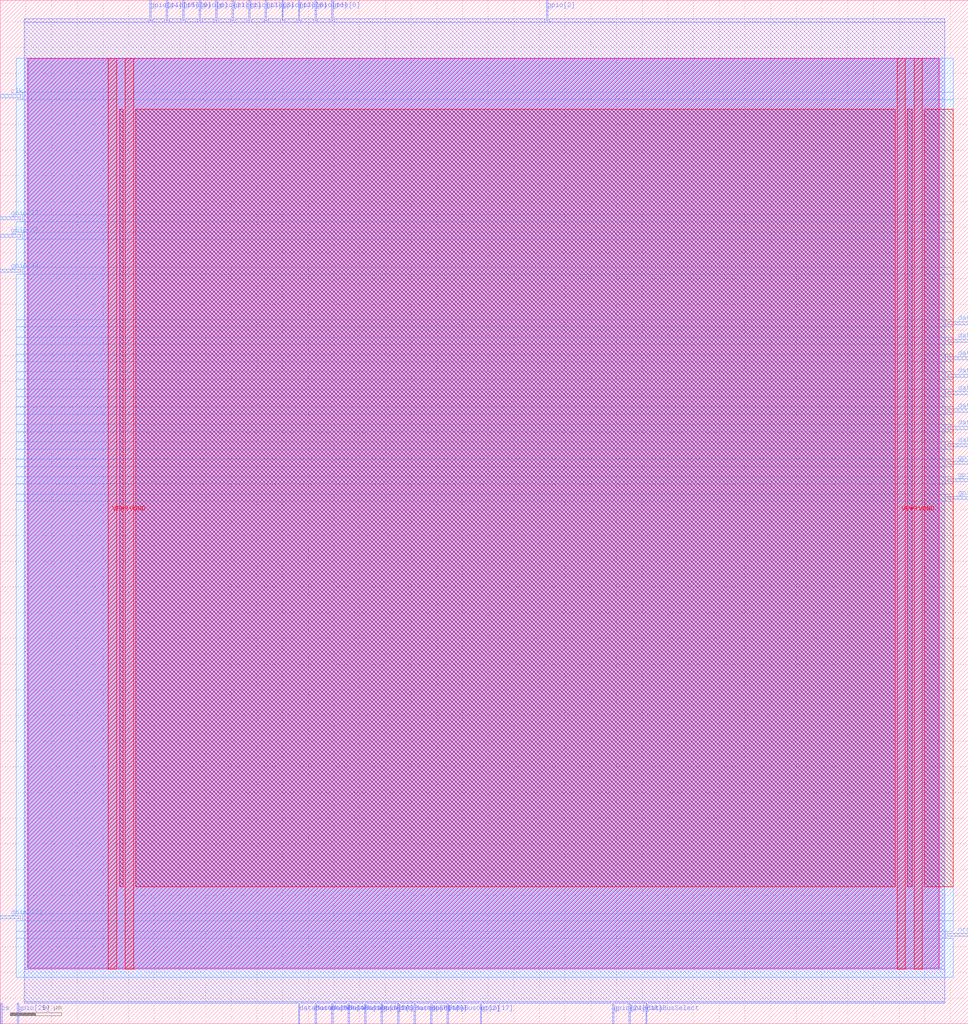
<source format=lef>
VERSION 5.7 ;
  NOWIREEXTENSIONATPIN ON ;
  DIVIDERCHAR "/" ;
  BUSBITCHARS "[]" ;
MACRO outel8227
  CLASS BLOCK ;
  FOREIGN outel8227 ;
  ORIGIN 0.000 0.000 ;
  SIZE 188.475 BY 199.195 ;
  PIN VGND
    DIRECTION INOUT ;
    USE GROUND ;
    PORT
      LAYER met4 ;
        RECT 24.340 10.640 25.940 187.920 ;
    END
    PORT
      LAYER met4 ;
        RECT 177.940 10.640 179.540 187.920 ;
    END
  END VGND
  PIN VPWR
    DIRECTION INOUT ;
    USE POWER ;
    PORT
      LAYER met4 ;
        RECT 21.040 10.640 22.640 187.920 ;
    END
    PORT
      LAYER met4 ;
        RECT 174.640 10.640 176.240 187.920 ;
    END
  END VPWR
  PIN clk
    DIRECTION INPUT ;
    USE SIGNAL ;
    ANTENNAGATEAREA 0.852000 ;
    PORT
      LAYER met3 ;
        RECT 0.000 180.240 4.000 180.840 ;
    END
  END clk
  PIN cs
    DIRECTION INPUT ;
    USE SIGNAL ;
    PORT
      LAYER met2 ;
        RECT 0.090 0.000 0.370 4.000 ;
    END
  END cs
  PIN dataBusIn[0]
    DIRECTION INPUT ;
    USE SIGNAL ;
    ANTENNAGATEAREA 0.213000 ;
    PORT
      LAYER met3 ;
        RECT 184.475 119.040 188.475 119.640 ;
    END
  END dataBusIn[0]
  PIN dataBusIn[1]
    DIRECTION INPUT ;
    USE SIGNAL ;
    ANTENNAGATEAREA 0.159000 ;
    PORT
      LAYER met3 ;
        RECT 184.475 125.840 188.475 126.440 ;
    END
  END dataBusIn[1]
  PIN dataBusIn[2]
    DIRECTION INPUT ;
    USE SIGNAL ;
    ANTENNAGATEAREA 0.159000 ;
    PORT
      LAYER met3 ;
        RECT 184.475 132.640 188.475 133.240 ;
    END
  END dataBusIn[2]
  PIN dataBusIn[3]
    DIRECTION INPUT ;
    USE SIGNAL ;
    ANTENNAGATEAREA 0.159000 ;
    PORT
      LAYER met3 ;
        RECT 184.475 136.040 188.475 136.640 ;
    END
  END dataBusIn[3]
  PIN dataBusIn[4]
    DIRECTION INPUT ;
    USE SIGNAL ;
    ANTENNAGATEAREA 0.126000 ;
    PORT
      LAYER met3 ;
        RECT 184.475 112.240 188.475 112.840 ;
    END
  END dataBusIn[4]
  PIN dataBusIn[5]
    DIRECTION INPUT ;
    USE SIGNAL ;
    ANTENNAGATEAREA 0.196500 ;
    PORT
      LAYER met3 ;
        RECT 184.475 115.640 188.475 116.240 ;
    END
  END dataBusIn[5]
  PIN dataBusIn[6]
    DIRECTION INPUT ;
    USE SIGNAL ;
    ANTENNAGATEAREA 0.159000 ;
    PORT
      LAYER met3 ;
        RECT 184.475 129.240 188.475 129.840 ;
    END
  END dataBusIn[6]
  PIN dataBusIn[7]
    DIRECTION INPUT ;
    USE SIGNAL ;
    ANTENNAGATEAREA 0.213000 ;
    PORT
      LAYER met3 ;
        RECT 184.475 122.440 188.475 123.040 ;
    END
  END dataBusIn[7]
  PIN dataBusOut[0]
    DIRECTION OUTPUT ;
    USE SIGNAL ;
    ANTENNADIFFAREA 0.445500 ;
    PORT
      LAYER met2 ;
        RECT 80.590 0.000 80.870 4.000 ;
    END
  END dataBusOut[0]
  PIN dataBusOut[1]
    DIRECTION OUTPUT ;
    USE SIGNAL ;
    ANTENNADIFFAREA 0.445500 ;
    PORT
      LAYER met2 ;
        RECT 64.490 0.000 64.770 4.000 ;
    END
  END dataBusOut[1]
  PIN dataBusOut[2]
    DIRECTION OUTPUT ;
    USE SIGNAL ;
    ANTENNADIFFAREA 0.445500 ;
    PORT
      LAYER met2 ;
        RECT 87.030 0.000 87.310 4.000 ;
    END
  END dataBusOut[2]
  PIN dataBusOut[3]
    DIRECTION OUTPUT ;
    USE SIGNAL ;
    ANTENNADIFFAREA 0.445500 ;
    PORT
      LAYER met2 ;
        RECT 67.710 0.000 67.990 4.000 ;
    END
  END dataBusOut[3]
  PIN dataBusOut[4]
    DIRECTION OUTPUT ;
    USE SIGNAL ;
    ANTENNADIFFAREA 0.445500 ;
    PORT
      LAYER met2 ;
        RECT 61.270 0.000 61.550 4.000 ;
    END
  END dataBusOut[4]
  PIN dataBusOut[5]
    DIRECTION OUTPUT ;
    USE SIGNAL ;
    ANTENNADIFFAREA 0.445500 ;
    PORT
      LAYER met2 ;
        RECT 58.050 0.000 58.330 4.000 ;
    END
  END dataBusOut[5]
  PIN dataBusOut[6]
    DIRECTION OUTPUT ;
    USE SIGNAL ;
    ANTENNADIFFAREA 0.445500 ;
    PORT
      LAYER met2 ;
        RECT 70.930 0.000 71.210 4.000 ;
    END
  END dataBusOut[6]
  PIN dataBusOut[7]
    DIRECTION OUTPUT ;
    USE SIGNAL ;
    ANTENNADIFFAREA 0.445500 ;
    PORT
      LAYER met2 ;
        RECT 77.370 0.000 77.650 4.000 ;
    END
  END dataBusOut[7]
  PIN dataBusSelect
    DIRECTION OUTPUT ;
    USE SIGNAL ;
    ANTENNADIFFAREA 0.445500 ;
    PORT
      LAYER met2 ;
        RECT 125.670 0.000 125.950 4.000 ;
    END
  END dataBusSelect
  PIN gpio[0]
    DIRECTION INOUT ;
    USE SIGNAL ;
    ANTENNAGATEAREA 0.247500 ;
    ANTENNADIFFAREA 0.891000 ;
    PORT
      LAYER met2 ;
        RECT 64.490 195.195 64.770 199.195 ;
    END
  END gpio[0]
  PIN gpio[10]
    DIRECTION INOUT ;
    USE SIGNAL ;
    ANTENNAGATEAREA 0.126000 ;
    ANTENNADIFFAREA 0.891000 ;
    PORT
      LAYER met2 ;
        RECT 61.270 195.195 61.550 199.195 ;
    END
  END gpio[10]
  PIN gpio[11]
    DIRECTION INOUT ;
    USE SIGNAL ;
    ANTENNAGATEAREA 0.126000 ;
    ANTENNADIFFAREA 0.891000 ;
    PORT
      LAYER met2 ;
        RECT 41.950 195.195 42.230 199.195 ;
    END
  END gpio[11]
  PIN gpio[12]
    DIRECTION INOUT ;
    USE SIGNAL ;
    ANTENNAGATEAREA 0.126000 ;
    ANTENNADIFFAREA 0.891000 ;
    PORT
      LAYER met2 ;
        RECT 54.830 195.195 55.110 199.195 ;
    END
  END gpio[12]
  PIN gpio[13]
    DIRECTION INOUT ;
    USE SIGNAL ;
    ANTENNAGATEAREA 0.126000 ;
    ANTENNADIFFAREA 0.891000 ;
    PORT
      LAYER met2 ;
        RECT 48.390 195.195 48.670 199.195 ;
    END
  END gpio[13]
  PIN gpio[14]
    DIRECTION INOUT ;
    USE SIGNAL ;
    ANTENNAGATEAREA 0.126000 ;
    ANTENNADIFFAREA 0.891000 ;
    PORT
      LAYER met2 ;
        RECT 29.070 195.195 29.350 199.195 ;
    END
  END gpio[14]
  PIN gpio[15]
    DIRECTION INOUT ;
    USE SIGNAL ;
    ANTENNAGATEAREA 0.126000 ;
    ANTENNADIFFAREA 0.891000 ;
    PORT
      LAYER met2 ;
        RECT 32.290 195.195 32.570 199.195 ;
    END
  END gpio[15]
  PIN gpio[16]
    DIRECTION INOUT ;
    USE SIGNAL ;
    ANTENNAGATEAREA 0.495000 ;
    PORT
      LAYER met2 ;
        RECT 83.810 0.000 84.090 4.000 ;
    END
  END gpio[16]
  PIN gpio[17]
    DIRECTION INOUT ;
    USE SIGNAL ;
    ANTENNAGATEAREA 0.495000 ;
    PORT
      LAYER met2 ;
        RECT 93.470 0.000 93.750 4.000 ;
    END
  END gpio[17]
  PIN gpio[18]
    DIRECTION INOUT ;
    USE SIGNAL ;
    ANTENNAGATEAREA 0.247500 ;
    PORT
      LAYER met2 ;
        RECT 122.450 0.000 122.730 4.000 ;
    END
  END gpio[18]
  PIN gpio[19]
    DIRECTION INOUT ;
    USE SIGNAL ;
    ANTENNAGATEAREA 1.116000 ;
    PORT
      LAYER met3 ;
        RECT 184.475 105.440 188.475 106.040 ;
    END
  END gpio[19]
  PIN gpio[1]
    DIRECTION INOUT ;
    USE SIGNAL ;
    ANTENNAGATEAREA 0.247500 ;
    ANTENNADIFFAREA 0.891000 ;
    PORT
      LAYER met2 ;
        RECT 45.170 195.195 45.450 199.195 ;
    END
  END gpio[1]
  PIN gpio[20]
    DIRECTION INOUT ;
    USE SIGNAL ;
    ANTENNAGATEAREA 0.621000 ;
    PORT
      LAYER met2 ;
        RECT 74.150 0.000 74.430 4.000 ;
    END
  END gpio[20]
  PIN gpio[21]
    DIRECTION INOUT ;
    USE SIGNAL ;
    ANTENNAGATEAREA 1.120500 ;
    ANTENNADIFFAREA 0.924000 ;
    PORT
      LAYER met3 ;
        RECT 184.475 102.040 188.475 102.640 ;
    END
  END gpio[21]
  PIN gpio[22]
    DIRECTION INOUT ;
    USE SIGNAL ;
    ANTENNAGATEAREA 1.237500 ;
    ANTENNADIFFAREA 1.075200 ;
    PORT
      LAYER met3 ;
        RECT 184.475 108.840 188.475 109.440 ;
    END
  END gpio[22]
  PIN gpio[23]
    DIRECTION INOUT ;
    USE SIGNAL ;
    ANTENNADIFFAREA 0.445500 ;
    PORT
      LAYER met3 ;
        RECT 0.000 20.440 4.000 21.040 ;
    END
  END gpio[23]
  PIN gpio[24]
    DIRECTION INOUT ;
    USE SIGNAL ;
    ANTENNADIFFAREA 0.643500 ;
    PORT
      LAYER met2 ;
        RECT 119.230 0.000 119.510 4.000 ;
    END
  END gpio[24]
  PIN gpio[25]
    DIRECTION INOUT ;
    USE SIGNAL ;
    PORT
      LAYER met2 ;
        RECT 3.310 0.000 3.590 4.000 ;
    END
  END gpio[25]
  PIN gpio[2]
    DIRECTION INOUT ;
    USE SIGNAL ;
    ANTENNAGATEAREA 0.247500 ;
    ANTENNADIFFAREA 0.891000 ;
    PORT
      LAYER met2 ;
        RECT 106.350 195.195 106.630 199.195 ;
    END
  END gpio[2]
  PIN gpio[3]
    DIRECTION INOUT ;
    USE SIGNAL ;
    ANTENNAGATEAREA 0.126000 ;
    ANTENNADIFFAREA 0.891000 ;
    PORT
      LAYER met2 ;
        RECT 51.610 195.195 51.890 199.195 ;
    END
  END gpio[3]
  PIN gpio[4]
    DIRECTION INOUT ;
    USE SIGNAL ;
    ANTENNAGATEAREA 0.126000 ;
    ANTENNADIFFAREA 0.891000 ;
    PORT
      LAYER met3 ;
        RECT 0.000 146.240 4.000 146.840 ;
    END
  END gpio[4]
  PIN gpio[5]
    DIRECTION INOUT ;
    USE SIGNAL ;
    ANTENNAGATEAREA 0.247500 ;
    ANTENNADIFFAREA 0.891000 ;
    PORT
      LAYER met3 ;
        RECT 0.000 153.040 4.000 153.640 ;
    END
  END gpio[5]
  PIN gpio[6]
    DIRECTION INOUT ;
    USE SIGNAL ;
    ANTENNAGATEAREA 0.126000 ;
    ANTENNADIFFAREA 0.891000 ;
    PORT
      LAYER met2 ;
        RECT 38.730 195.195 39.010 199.195 ;
    END
  END gpio[6]
  PIN gpio[7]
    DIRECTION INOUT ;
    USE SIGNAL ;
    ANTENNAGATEAREA 0.247500 ;
    ANTENNADIFFAREA 0.891000 ;
    PORT
      LAYER met3 ;
        RECT 0.000 156.440 4.000 157.040 ;
    END
  END gpio[7]
  PIN gpio[8]
    DIRECTION INOUT ;
    USE SIGNAL ;
    ANTENNAGATEAREA 0.126000 ;
    ANTENNADIFFAREA 0.891000 ;
    PORT
      LAYER met2 ;
        RECT 58.050 195.195 58.330 199.195 ;
    END
  END gpio[8]
  PIN gpio[9]
    DIRECTION INOUT ;
    USE SIGNAL ;
    ANTENNAGATEAREA 0.126000 ;
    ANTENNADIFFAREA 0.891000 ;
    PORT
      LAYER met2 ;
        RECT 35.510 195.195 35.790 199.195 ;
    END
  END gpio[9]
  PIN nrst
    DIRECTION INPUT ;
    USE SIGNAL ;
    ANTENNAGATEAREA 0.213000 ;
    PORT
      LAYER met3 ;
        RECT 184.475 17.040 188.475 17.640 ;
    END
  END nrst
  OBS
      LAYER nwell ;
        RECT 5.330 10.795 182.810 187.870 ;
      LAYER li1 ;
        RECT 5.520 10.795 182.620 187.765 ;
      LAYER met1 ;
        RECT 4.670 10.640 183.930 187.920 ;
      LAYER met2 ;
        RECT 4.690 194.915 28.790 195.570 ;
        RECT 29.630 194.915 32.010 195.570 ;
        RECT 32.850 194.915 35.230 195.570 ;
        RECT 36.070 194.915 38.450 195.570 ;
        RECT 39.290 194.915 41.670 195.570 ;
        RECT 42.510 194.915 44.890 195.570 ;
        RECT 45.730 194.915 48.110 195.570 ;
        RECT 48.950 194.915 51.330 195.570 ;
        RECT 52.170 194.915 54.550 195.570 ;
        RECT 55.390 194.915 57.770 195.570 ;
        RECT 58.610 194.915 60.990 195.570 ;
        RECT 61.830 194.915 64.210 195.570 ;
        RECT 65.050 194.915 106.070 195.570 ;
        RECT 106.910 194.915 183.910 195.570 ;
        RECT 4.690 4.280 183.910 194.915 ;
        RECT 4.690 4.000 57.770 4.280 ;
        RECT 58.610 4.000 60.990 4.280 ;
        RECT 61.830 4.000 64.210 4.280 ;
        RECT 65.050 4.000 67.430 4.280 ;
        RECT 68.270 4.000 70.650 4.280 ;
        RECT 71.490 4.000 73.870 4.280 ;
        RECT 74.710 4.000 77.090 4.280 ;
        RECT 77.930 4.000 80.310 4.280 ;
        RECT 81.150 4.000 83.530 4.280 ;
        RECT 84.370 4.000 86.750 4.280 ;
        RECT 87.590 4.000 93.190 4.280 ;
        RECT 94.030 4.000 118.950 4.280 ;
        RECT 119.790 4.000 122.170 4.280 ;
        RECT 123.010 4.000 125.390 4.280 ;
        RECT 126.230 4.000 183.910 4.280 ;
      LAYER met3 ;
        RECT 3.070 181.240 185.570 187.845 ;
        RECT 4.400 179.840 185.570 181.240 ;
        RECT 3.070 157.440 185.570 179.840 ;
        RECT 4.400 156.040 185.570 157.440 ;
        RECT 3.070 154.040 185.570 156.040 ;
        RECT 4.400 152.640 185.570 154.040 ;
        RECT 3.070 147.240 185.570 152.640 ;
        RECT 4.400 145.840 185.570 147.240 ;
        RECT 3.070 137.040 185.570 145.840 ;
        RECT 3.070 135.640 184.075 137.040 ;
        RECT 3.070 133.640 185.570 135.640 ;
        RECT 3.070 132.240 184.075 133.640 ;
        RECT 3.070 130.240 185.570 132.240 ;
        RECT 3.070 128.840 184.075 130.240 ;
        RECT 3.070 126.840 185.570 128.840 ;
        RECT 3.070 125.440 184.075 126.840 ;
        RECT 3.070 123.440 185.570 125.440 ;
        RECT 3.070 122.040 184.075 123.440 ;
        RECT 3.070 120.040 185.570 122.040 ;
        RECT 3.070 118.640 184.075 120.040 ;
        RECT 3.070 116.640 185.570 118.640 ;
        RECT 3.070 115.240 184.075 116.640 ;
        RECT 3.070 113.240 185.570 115.240 ;
        RECT 3.070 111.840 184.075 113.240 ;
        RECT 3.070 109.840 185.570 111.840 ;
        RECT 3.070 108.440 184.075 109.840 ;
        RECT 3.070 106.440 185.570 108.440 ;
        RECT 3.070 105.040 184.075 106.440 ;
        RECT 3.070 103.040 185.570 105.040 ;
        RECT 3.070 101.640 184.075 103.040 ;
        RECT 3.070 21.440 185.570 101.640 ;
        RECT 4.400 20.040 185.570 21.440 ;
        RECT 3.070 18.040 185.570 20.040 ;
        RECT 3.070 16.640 184.075 18.040 ;
        RECT 3.070 9.015 185.570 16.640 ;
      LAYER met4 ;
        RECT 23.295 26.695 23.940 177.985 ;
        RECT 26.340 26.695 174.240 177.985 ;
        RECT 176.640 26.695 177.540 177.985 ;
        RECT 179.940 26.695 185.545 177.985 ;
  END
END outel8227
END LIBRARY


</source>
